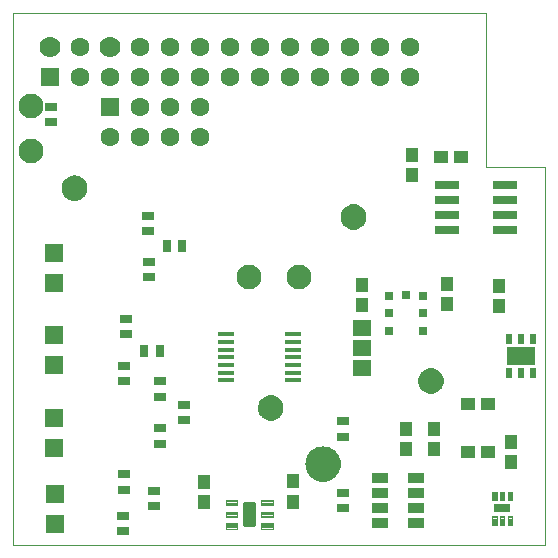
<source format=gts>
G75*
%MOIN*%
%OFA0B0*%
%FSLAX24Y24*%
%IPPOS*%
%LPD*%
%AMOC8*
5,1,8,0,0,1.08239X$1,22.5*
%
%ADD10C,0.0000*%
%ADD11R,0.0631X0.0631*%
%ADD12C,0.0700*%
%ADD13C,0.0631*%
%ADD14C,0.1182*%
%ADD15R,0.0571X0.0296*%
%ADD16C,0.0036*%
%ADD17C,0.0043*%
%ADD18C,0.0087*%
%ADD19R,0.0276X0.0316*%
%ADD20R,0.0316X0.0276*%
%ADD21R,0.0820X0.0260*%
%ADD22R,0.0540X0.0355*%
%ADD23R,0.0200X0.0320*%
%ADD24R,0.0980X0.0630*%
%ADD25R,0.0532X0.0158*%
%ADD26R,0.0640X0.0640*%
%ADD27R,0.0434X0.0473*%
%ADD28R,0.0394X0.0316*%
%ADD29R,0.0631X0.0552*%
%ADD30R,0.0316X0.0394*%
%ADD31R,0.0473X0.0434*%
%ADD32C,0.0050*%
%ADD33C,0.0827*%
D10*
X005744Y004971D02*
X023460Y004971D01*
X023460Y017570D01*
X021492Y017570D01*
X021492Y022688D01*
X005744Y022688D01*
X005744Y004971D01*
X015484Y007674D02*
X015486Y007721D01*
X015492Y007768D01*
X015501Y007814D01*
X015515Y007859D01*
X015532Y007903D01*
X015553Y007946D01*
X015577Y007986D01*
X015604Y008025D01*
X015635Y008061D01*
X015668Y008094D01*
X015704Y008125D01*
X015743Y008152D01*
X015783Y008176D01*
X015826Y008197D01*
X015870Y008214D01*
X015915Y008228D01*
X015961Y008237D01*
X016008Y008243D01*
X016055Y008245D01*
X016102Y008243D01*
X016149Y008237D01*
X016195Y008228D01*
X016240Y008214D01*
X016284Y008197D01*
X016327Y008176D01*
X016367Y008152D01*
X016406Y008125D01*
X016442Y008094D01*
X016475Y008061D01*
X016506Y008025D01*
X016533Y007986D01*
X016557Y007946D01*
X016578Y007903D01*
X016595Y007859D01*
X016609Y007814D01*
X016618Y007768D01*
X016624Y007721D01*
X016626Y007674D01*
X016624Y007627D01*
X016618Y007580D01*
X016609Y007534D01*
X016595Y007489D01*
X016578Y007445D01*
X016557Y007402D01*
X016533Y007362D01*
X016506Y007323D01*
X016475Y007287D01*
X016442Y007254D01*
X016406Y007223D01*
X016367Y007196D01*
X016327Y007172D01*
X016284Y007151D01*
X016240Y007134D01*
X016195Y007120D01*
X016149Y007111D01*
X016102Y007105D01*
X016055Y007103D01*
X016008Y007105D01*
X015961Y007111D01*
X015915Y007120D01*
X015870Y007134D01*
X015826Y007151D01*
X015783Y007172D01*
X015743Y007196D01*
X015704Y007223D01*
X015668Y007254D01*
X015635Y007287D01*
X015604Y007323D01*
X015577Y007362D01*
X015553Y007402D01*
X015532Y007445D01*
X015515Y007489D01*
X015501Y007534D01*
X015492Y007580D01*
X015486Y007627D01*
X015484Y007674D01*
D11*
X008960Y019558D03*
X006960Y020558D03*
D12*
X006960Y021558D03*
X008960Y021558D03*
D13*
X009960Y021558D03*
X010960Y021558D03*
X011960Y021558D03*
X012960Y021558D03*
X013960Y021558D03*
X014960Y021558D03*
X015960Y021558D03*
X016960Y021558D03*
X017960Y021558D03*
X018960Y021558D03*
X018960Y020558D03*
X017960Y020558D03*
X016960Y020558D03*
X015960Y020558D03*
X014960Y020558D03*
X013960Y020558D03*
X012960Y020558D03*
X011960Y020558D03*
X010960Y020558D03*
X009960Y020558D03*
X008960Y020558D03*
X007960Y020558D03*
X007960Y021558D03*
X009960Y019558D03*
X010960Y019558D03*
X011960Y019558D03*
X011960Y018558D03*
X010960Y018558D03*
X009960Y018558D03*
X008960Y018558D03*
D14*
X016055Y007674D03*
D15*
X022036Y006188D03*
D16*
X022107Y005914D02*
X022107Y005634D01*
X021965Y005634D01*
X021965Y005914D01*
X022107Y005914D01*
X022107Y005669D02*
X021965Y005669D01*
X021965Y005704D02*
X022107Y005704D01*
X022107Y005739D02*
X021965Y005739D01*
X021965Y005774D02*
X022107Y005774D01*
X022107Y005809D02*
X021965Y005809D01*
X021965Y005844D02*
X022107Y005844D01*
X022107Y005879D02*
X021965Y005879D01*
X021965Y005914D02*
X022107Y005914D01*
X022363Y005914D02*
X022363Y005634D01*
X022221Y005634D01*
X022221Y005914D01*
X022363Y005914D01*
X022363Y005669D02*
X022221Y005669D01*
X022221Y005704D02*
X022363Y005704D01*
X022363Y005739D02*
X022221Y005739D01*
X022221Y005774D02*
X022363Y005774D01*
X022363Y005809D02*
X022221Y005809D01*
X022221Y005844D02*
X022363Y005844D01*
X022363Y005879D02*
X022221Y005879D01*
X022221Y005914D02*
X022363Y005914D01*
X021851Y005914D02*
X021851Y005634D01*
X021709Y005634D01*
X021709Y005914D01*
X021851Y005914D01*
X021851Y005669D02*
X021709Y005669D01*
X021709Y005704D02*
X021851Y005704D01*
X021851Y005739D02*
X021709Y005739D01*
X021709Y005774D02*
X021851Y005774D01*
X021851Y005809D02*
X021709Y005809D01*
X021709Y005844D02*
X021851Y005844D01*
X021851Y005879D02*
X021709Y005879D01*
X021709Y005914D02*
X021851Y005914D01*
X021851Y006461D02*
X021851Y006741D01*
X021851Y006461D02*
X021709Y006461D01*
X021709Y006741D01*
X021851Y006741D01*
X021851Y006496D02*
X021709Y006496D01*
X021709Y006531D02*
X021851Y006531D01*
X021851Y006566D02*
X021709Y006566D01*
X021709Y006601D02*
X021851Y006601D01*
X021851Y006636D02*
X021709Y006636D01*
X021709Y006671D02*
X021851Y006671D01*
X021851Y006706D02*
X021709Y006706D01*
X021709Y006741D02*
X021851Y006741D01*
X022107Y006741D02*
X022107Y006461D01*
X021965Y006461D01*
X021965Y006741D01*
X022107Y006741D01*
X022107Y006496D02*
X021965Y006496D01*
X021965Y006531D02*
X022107Y006531D01*
X022107Y006566D02*
X021965Y006566D01*
X021965Y006601D02*
X022107Y006601D01*
X022107Y006636D02*
X021965Y006636D01*
X021965Y006671D02*
X022107Y006671D01*
X022107Y006706D02*
X021965Y006706D01*
X021965Y006741D02*
X022107Y006741D01*
X022363Y006741D02*
X022363Y006461D01*
X022221Y006461D01*
X022221Y006741D01*
X022363Y006741D01*
X022363Y006496D02*
X022221Y006496D01*
X022221Y006531D02*
X022363Y006531D01*
X022363Y006566D02*
X022221Y006566D01*
X022221Y006601D02*
X022363Y006601D01*
X022363Y006636D02*
X022221Y006636D01*
X022221Y006671D02*
X022363Y006671D01*
X022363Y006706D02*
X022221Y006706D01*
X022221Y006741D02*
X022363Y006741D01*
D17*
X014391Y006292D02*
X013999Y006292D01*
X013999Y006466D01*
X014391Y006466D01*
X014391Y006292D01*
X014391Y006334D02*
X013999Y006334D01*
X013999Y006376D02*
X014391Y006376D01*
X014391Y006418D02*
X013999Y006418D01*
X013999Y006460D02*
X014391Y006460D01*
X014391Y005899D02*
X013999Y005899D01*
X013999Y006073D01*
X014391Y006073D01*
X014391Y005899D01*
X014391Y005941D02*
X013999Y005941D01*
X013999Y005983D02*
X014391Y005983D01*
X014391Y006025D02*
X013999Y006025D01*
X013999Y006067D02*
X014391Y006067D01*
X014391Y005505D02*
X013999Y005505D01*
X013999Y005679D01*
X014391Y005679D01*
X014391Y005505D01*
X014391Y005547D02*
X013999Y005547D01*
X013999Y005589D02*
X014391Y005589D01*
X014391Y005631D02*
X013999Y005631D01*
X013999Y005673D02*
X014391Y005673D01*
X013210Y005505D02*
X012818Y005505D01*
X012818Y005679D01*
X013210Y005679D01*
X013210Y005505D01*
X013210Y005547D02*
X012818Y005547D01*
X012818Y005589D02*
X013210Y005589D01*
X013210Y005631D02*
X012818Y005631D01*
X012818Y005673D02*
X013210Y005673D01*
X013210Y005899D02*
X012818Y005899D01*
X012818Y006073D01*
X013210Y006073D01*
X013210Y005899D01*
X013210Y005941D02*
X012818Y005941D01*
X012818Y005983D02*
X013210Y005983D01*
X013210Y006025D02*
X012818Y006025D01*
X012818Y006067D02*
X013210Y006067D01*
X013210Y006292D02*
X012818Y006292D01*
X012818Y006466D01*
X013210Y006466D01*
X013210Y006292D01*
X013210Y006334D02*
X012818Y006334D01*
X012818Y006376D02*
X013210Y006376D01*
X013210Y006418D02*
X012818Y006418D01*
X012818Y006460D02*
X013210Y006460D01*
D18*
X013430Y005616D02*
X013778Y005616D01*
X013430Y005616D02*
X013430Y006356D01*
X013778Y006356D01*
X013778Y005616D01*
X013778Y005702D02*
X013430Y005702D01*
X013430Y005788D02*
X013778Y005788D01*
X013778Y005874D02*
X013430Y005874D01*
X013430Y005960D02*
X013778Y005960D01*
X013778Y006046D02*
X013430Y006046D01*
X013430Y006132D02*
X013778Y006132D01*
X013778Y006218D02*
X013430Y006218D01*
X013430Y006304D02*
X013778Y006304D01*
D19*
X018262Y012092D03*
X018262Y012683D03*
X018262Y013273D03*
X019404Y013273D03*
X019404Y012683D03*
X019404Y012092D03*
D20*
X018833Y013293D03*
D21*
X020194Y015470D03*
X020194Y015970D03*
X020194Y016470D03*
X020194Y016970D03*
X022134Y016970D03*
X022134Y016470D03*
X022134Y015970D03*
X022134Y015470D03*
D22*
X019164Y007196D03*
X019164Y006696D03*
X019164Y006196D03*
X019164Y005696D03*
X017983Y005696D03*
X017983Y006196D03*
X017983Y006696D03*
X017983Y007196D03*
D23*
X022278Y010680D03*
X022668Y010680D03*
X023058Y010680D03*
X023058Y011820D03*
X022668Y011820D03*
X022278Y011820D03*
D24*
X022668Y011250D03*
D25*
X015066Y011221D03*
X015066Y011477D03*
X015066Y011733D03*
X015066Y011988D03*
X015066Y010965D03*
X015066Y010709D03*
X015066Y010453D03*
X012822Y010453D03*
X012822Y010709D03*
X012822Y010965D03*
X012822Y011221D03*
X012822Y011477D03*
X012822Y011733D03*
X012822Y011988D03*
D26*
X007097Y011951D03*
X007097Y010951D03*
X007097Y009195D03*
X007097Y008195D03*
X007120Y006676D03*
X007120Y005676D03*
X007097Y013707D03*
X007097Y014707D03*
D27*
X017360Y013634D03*
X017360Y012964D03*
X020209Y012989D03*
X020209Y013659D03*
X021950Y013609D03*
X021950Y012940D03*
X019774Y008829D03*
X018824Y008823D03*
X018824Y008154D03*
X019774Y008159D03*
X022343Y008406D03*
X022343Y007737D03*
X015081Y007078D03*
X015081Y006409D03*
X012116Y006378D03*
X012116Y007048D03*
X019042Y017288D03*
X019042Y017957D03*
D28*
X010247Y015931D03*
X010247Y015419D03*
X010271Y014411D03*
X010271Y013899D03*
X009498Y012506D03*
X009498Y011994D03*
X009438Y010935D03*
X009438Y010423D03*
X010641Y010419D03*
X010641Y009908D03*
X011428Y009632D03*
X011428Y009120D03*
X010641Y008845D03*
X010641Y008333D03*
X009438Y007319D03*
X009438Y006807D03*
X010447Y006759D03*
X010447Y006247D03*
X009400Y005923D03*
X009400Y005412D03*
X016719Y006195D03*
X016719Y006707D03*
X016721Y008576D03*
X016721Y009088D03*
X007004Y019056D03*
X007004Y019567D03*
D29*
X017363Y012207D03*
X017363Y011538D03*
X017363Y010868D03*
D30*
X011383Y014916D03*
X010871Y014916D03*
X010624Y011416D03*
X010113Y011416D03*
D31*
X019998Y017891D03*
X020667Y017891D03*
X020912Y009675D03*
X021581Y009675D03*
X021575Y008048D03*
X020905Y008048D03*
D32*
X019861Y010091D02*
X019798Y010061D01*
X019732Y010044D01*
X019664Y010038D01*
X019595Y010044D01*
X019529Y010061D01*
X019467Y010091D01*
X019411Y010130D01*
X019362Y010178D01*
X019323Y010235D01*
X019294Y010297D01*
X019276Y010363D01*
X019270Y010431D01*
X019276Y010500D01*
X019294Y010566D01*
X019323Y010628D01*
X019362Y010685D01*
X019411Y010733D01*
X019467Y010772D01*
X019529Y010801D01*
X019595Y010819D01*
X019664Y010825D01*
X019732Y010819D01*
X019798Y010801D01*
X019861Y010772D01*
X019917Y010733D01*
X019965Y010685D01*
X020005Y010628D01*
X020034Y010566D01*
X020051Y010500D01*
X020057Y010431D01*
X020051Y010363D01*
X020034Y010297D01*
X020005Y010235D01*
X019965Y010178D01*
X019917Y010130D01*
X019861Y010091D01*
X019892Y010112D02*
X019435Y010112D01*
X019380Y010161D02*
X019948Y010161D01*
X019987Y010209D02*
X019340Y010209D01*
X019312Y010258D02*
X020016Y010258D01*
X020036Y010306D02*
X019291Y010306D01*
X019278Y010355D02*
X020049Y010355D01*
X020055Y010403D02*
X019272Y010403D01*
X019272Y010452D02*
X020056Y010452D01*
X020051Y010500D02*
X019276Y010500D01*
X019289Y010549D02*
X020038Y010549D01*
X020019Y010597D02*
X019308Y010597D01*
X019335Y010646D02*
X019992Y010646D01*
X019955Y010694D02*
X019372Y010694D01*
X019425Y010743D02*
X019903Y010743D01*
X019820Y010791D02*
X019508Y010791D01*
X019524Y010064D02*
X019804Y010064D01*
X014717Y009531D02*
X014711Y009600D01*
X014694Y009666D01*
X014665Y009728D01*
X014625Y009785D01*
X014577Y009833D01*
X014521Y009872D01*
X014458Y009901D01*
X014392Y009919D01*
X014324Y009925D01*
X014255Y009919D01*
X014189Y009901D01*
X014127Y009872D01*
X014071Y009833D01*
X014022Y009785D01*
X013983Y009728D01*
X013954Y009666D01*
X013936Y009600D01*
X013930Y009531D01*
X013936Y009463D01*
X013954Y009397D01*
X013983Y009335D01*
X014022Y009278D01*
X014071Y009230D01*
X014127Y009191D01*
X014189Y009161D01*
X014255Y009144D01*
X014324Y009138D01*
X014392Y009144D01*
X014458Y009161D01*
X014521Y009191D01*
X014126Y009191D01*
X014061Y009239D02*
X014586Y009239D01*
X014577Y009230D02*
X014625Y009278D01*
X014665Y009335D01*
X014694Y009397D01*
X014711Y009463D01*
X014717Y009531D01*
X014717Y009530D02*
X013930Y009530D01*
X013934Y009482D02*
X014713Y009482D01*
X014703Y009433D02*
X013944Y009433D01*
X013959Y009385D02*
X014688Y009385D01*
X014666Y009336D02*
X013982Y009336D01*
X014015Y009288D02*
X014632Y009288D01*
X014577Y009230D02*
X014521Y009191D01*
X014378Y009142D02*
X014270Y009142D01*
X013934Y009579D02*
X014713Y009579D01*
X014704Y009627D02*
X013943Y009627D01*
X013958Y009676D02*
X014689Y009676D01*
X014666Y009724D02*
X013981Y009724D01*
X014014Y009773D02*
X014633Y009773D01*
X014588Y009821D02*
X014059Y009821D01*
X014123Y009870D02*
X014524Y009870D01*
X014395Y009918D02*
X014253Y009918D01*
X016949Y015521D02*
X017015Y015504D01*
X017084Y015498D01*
X017152Y015504D01*
X017218Y015521D01*
X017281Y015551D01*
X017337Y015590D01*
X017385Y015638D01*
X017425Y015695D01*
X017454Y015757D01*
X017471Y015823D01*
X017477Y015891D01*
X017471Y015960D01*
X017454Y016026D01*
X017425Y016088D01*
X017385Y016145D01*
X017337Y016193D01*
X017281Y016232D01*
X017218Y016261D01*
X017152Y016279D01*
X017084Y016285D01*
X017015Y016279D01*
X016949Y016261D01*
X016887Y016232D01*
X016831Y016193D01*
X016782Y016145D01*
X016743Y016088D01*
X016714Y016026D01*
X016696Y015960D01*
X016690Y015891D01*
X016696Y015823D01*
X016714Y015757D01*
X016743Y015695D01*
X016782Y015638D01*
X016831Y015590D01*
X016887Y015551D01*
X016949Y015521D01*
X016900Y015545D02*
X017268Y015545D01*
X017340Y015593D02*
X016827Y015593D01*
X016780Y015642D02*
X017387Y015642D01*
X017421Y015690D02*
X016746Y015690D01*
X016722Y015739D02*
X017445Y015739D01*
X017462Y015787D02*
X016706Y015787D01*
X016695Y015836D02*
X017473Y015836D01*
X017477Y015884D02*
X016691Y015884D01*
X016694Y015933D02*
X017474Y015933D01*
X017466Y015981D02*
X016702Y015981D01*
X016715Y016030D02*
X017452Y016030D01*
X017429Y016078D02*
X016738Y016078D01*
X016769Y016127D02*
X017398Y016127D01*
X017355Y016175D02*
X016813Y016175D01*
X016874Y016224D02*
X017293Y016224D01*
X017179Y016272D02*
X016989Y016272D01*
X008177Y016851D02*
X008171Y016783D01*
X008154Y016717D01*
X008125Y016655D01*
X008085Y016598D01*
X008037Y016550D01*
X007981Y016511D01*
X007918Y016481D01*
X007852Y016464D01*
X007784Y016458D01*
X007715Y016464D01*
X007649Y016481D01*
X007587Y016511D01*
X007531Y016550D01*
X007482Y016598D01*
X007443Y016655D01*
X007414Y016717D01*
X007396Y016783D01*
X007390Y016851D01*
X007396Y016920D01*
X007414Y016986D01*
X007443Y017048D01*
X008125Y017048D01*
X008085Y017105D01*
X008037Y017153D01*
X007981Y017192D01*
X007918Y017221D01*
X007852Y017239D01*
X007784Y017245D01*
X007715Y017239D01*
X007649Y017221D01*
X007587Y017192D01*
X007531Y017153D01*
X007482Y017105D01*
X007443Y017048D01*
X007420Y017000D02*
X008147Y017000D01*
X008154Y016986D02*
X008125Y017048D01*
X008091Y017097D02*
X007477Y017097D01*
X007523Y017145D02*
X008045Y017145D01*
X007978Y017194D02*
X007589Y017194D01*
X007748Y017242D02*
X007820Y017242D01*
X008154Y016986D02*
X008171Y016920D01*
X008177Y016851D01*
X008177Y016854D02*
X007390Y016854D01*
X007394Y016806D02*
X008173Y016806D01*
X008164Y016757D02*
X007403Y016757D01*
X007418Y016709D02*
X008150Y016709D01*
X008127Y016660D02*
X007440Y016660D01*
X007473Y016612D02*
X008094Y016612D01*
X008050Y016563D02*
X007517Y016563D01*
X007581Y016515D02*
X007986Y016515D01*
X007861Y016466D02*
X007707Y016466D01*
X007394Y016903D02*
X008173Y016903D01*
X008163Y016951D02*
X007404Y016951D01*
D33*
X006344Y018111D03*
X006344Y019611D03*
X013604Y013911D03*
X015284Y013911D03*
M02*

</source>
